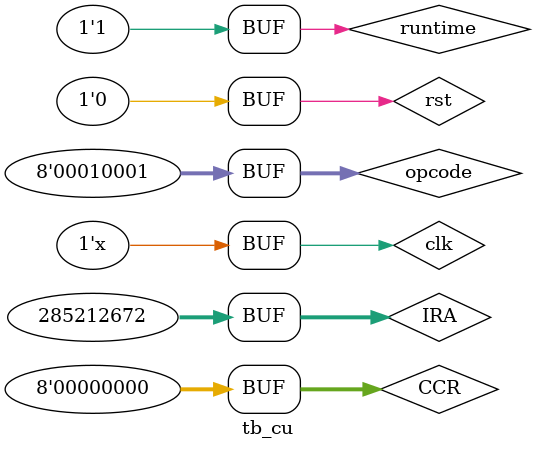
<source format=v>
`timescale 1ns / 1ps


`include "opcodes.vh"

module tb_cu();



    reg clk, rst;
    reg [7:0] CCR;
    reg [31:0] IRA;

    wire [3:0] dreg_index;
    wire we_DREG, we_dbus, we_abus, we_iobus, we_IRA, we_IRB, we_PC, inc_PC, we_MAR, we_MBR;
    wire [7:0] w_alu_control;
    wire [4:0] mux_dbus, mux_abus, mux_iobus, mux_alu_a, mux_alu_b;
    reg [7:0] opcode;
    reg runtime;


    cu_combinational control_unit(clk, rst, runtime, CCR, IRA, w_alu_control, we_DREG, we_dbus, we_abus, we_iobus, we_IRA, we_IRB, we_PC, inc_PC, we_MAR, we_MBR, we_aluZ, we_aluCCR, we_mem, re_mem, error_flag, dreg_index, mux_dbus, mux_abus, mux_iobus, mux_alu_a, mux_alu_b, mux_MBR_load);

    initial begin
    clk = 0;
    runtime = 1;
    rst = 1;
    CCR = 0;
    IRA = 32'h11000000;
    #100;
    
    
    
        rst = 0;
    /*
        #100;
        IRA = 32'h10000000;
        */
    
    
    end
    
    always begin
    opcode = IRA[31:24];
    clk = ~clk;
    #10;
    end

endmodule

</source>
